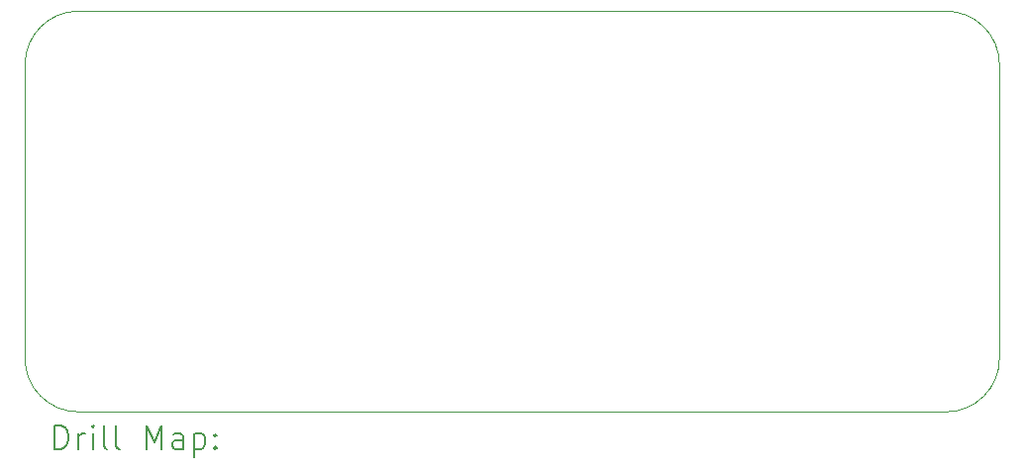
<source format=gbr>
%TF.GenerationSoftware,KiCad,Pcbnew,7.0.5-0*%
%TF.CreationDate,2023-06-22T10:16:07+02:00*%
%TF.ProjectId,ps2_interface,7073325f-696e-4746-9572-666163652e6b,1.2*%
%TF.SameCoordinates,Original*%
%TF.FileFunction,Drillmap*%
%TF.FilePolarity,Positive*%
%FSLAX45Y45*%
G04 Gerber Fmt 4.5, Leading zero omitted, Abs format (unit mm)*
G04 Created by KiCad (PCBNEW 7.0.5-0) date 2023-06-22 10:16:07*
%MOMM*%
%LPD*%
G01*
G04 APERTURE LIST*
%ADD10C,0.100000*%
%ADD11C,0.200000*%
G04 APERTURE END LIST*
D10*
X8026400Y-5994400D02*
X15443200Y-5994400D01*
X7569200Y-8966200D02*
X7569200Y-6451600D01*
X15900400Y-6451600D02*
G75*
G03*
X15443200Y-5994400I-457200J0D01*
G01*
X15443200Y-9423400D02*
X8026400Y-9423400D01*
X8026400Y-5994400D02*
G75*
G03*
X7569200Y-6451600I0J-457200D01*
G01*
X7569200Y-8966200D02*
G75*
G03*
X8026400Y-9423400I457200J0D01*
G01*
X15900400Y-6451600D02*
X15900400Y-8966200D01*
X15443200Y-9423400D02*
G75*
G03*
X15900400Y-8966200I0J457200D01*
G01*
D11*
X7824977Y-9739884D02*
X7824977Y-9539884D01*
X7824977Y-9539884D02*
X7872596Y-9539884D01*
X7872596Y-9539884D02*
X7901167Y-9549408D01*
X7901167Y-9549408D02*
X7920215Y-9568455D01*
X7920215Y-9568455D02*
X7929739Y-9587503D01*
X7929739Y-9587503D02*
X7939262Y-9625598D01*
X7939262Y-9625598D02*
X7939262Y-9654170D01*
X7939262Y-9654170D02*
X7929739Y-9692265D01*
X7929739Y-9692265D02*
X7920215Y-9711312D01*
X7920215Y-9711312D02*
X7901167Y-9730360D01*
X7901167Y-9730360D02*
X7872596Y-9739884D01*
X7872596Y-9739884D02*
X7824977Y-9739884D01*
X8024977Y-9739884D02*
X8024977Y-9606550D01*
X8024977Y-9644646D02*
X8034501Y-9625598D01*
X8034501Y-9625598D02*
X8044024Y-9616074D01*
X8044024Y-9616074D02*
X8063072Y-9606550D01*
X8063072Y-9606550D02*
X8082120Y-9606550D01*
X8148786Y-9739884D02*
X8148786Y-9606550D01*
X8148786Y-9539884D02*
X8139262Y-9549408D01*
X8139262Y-9549408D02*
X8148786Y-9558931D01*
X8148786Y-9558931D02*
X8158310Y-9549408D01*
X8158310Y-9549408D02*
X8148786Y-9539884D01*
X8148786Y-9539884D02*
X8148786Y-9558931D01*
X8272596Y-9739884D02*
X8253548Y-9730360D01*
X8253548Y-9730360D02*
X8244024Y-9711312D01*
X8244024Y-9711312D02*
X8244024Y-9539884D01*
X8377358Y-9739884D02*
X8358310Y-9730360D01*
X8358310Y-9730360D02*
X8348786Y-9711312D01*
X8348786Y-9711312D02*
X8348786Y-9539884D01*
X8605929Y-9739884D02*
X8605929Y-9539884D01*
X8605929Y-9539884D02*
X8672596Y-9682741D01*
X8672596Y-9682741D02*
X8739263Y-9539884D01*
X8739263Y-9539884D02*
X8739263Y-9739884D01*
X8920215Y-9739884D02*
X8920215Y-9635122D01*
X8920215Y-9635122D02*
X8910691Y-9616074D01*
X8910691Y-9616074D02*
X8891644Y-9606550D01*
X8891644Y-9606550D02*
X8853548Y-9606550D01*
X8853548Y-9606550D02*
X8834501Y-9616074D01*
X8920215Y-9730360D02*
X8901167Y-9739884D01*
X8901167Y-9739884D02*
X8853548Y-9739884D01*
X8853548Y-9739884D02*
X8834501Y-9730360D01*
X8834501Y-9730360D02*
X8824977Y-9711312D01*
X8824977Y-9711312D02*
X8824977Y-9692265D01*
X8824977Y-9692265D02*
X8834501Y-9673217D01*
X8834501Y-9673217D02*
X8853548Y-9663693D01*
X8853548Y-9663693D02*
X8901167Y-9663693D01*
X8901167Y-9663693D02*
X8920215Y-9654170D01*
X9015453Y-9606550D02*
X9015453Y-9806550D01*
X9015453Y-9616074D02*
X9034501Y-9606550D01*
X9034501Y-9606550D02*
X9072596Y-9606550D01*
X9072596Y-9606550D02*
X9091644Y-9616074D01*
X9091644Y-9616074D02*
X9101167Y-9625598D01*
X9101167Y-9625598D02*
X9110691Y-9644646D01*
X9110691Y-9644646D02*
X9110691Y-9701789D01*
X9110691Y-9701789D02*
X9101167Y-9720836D01*
X9101167Y-9720836D02*
X9091644Y-9730360D01*
X9091644Y-9730360D02*
X9072596Y-9739884D01*
X9072596Y-9739884D02*
X9034501Y-9739884D01*
X9034501Y-9739884D02*
X9015453Y-9730360D01*
X9196405Y-9720836D02*
X9205929Y-9730360D01*
X9205929Y-9730360D02*
X9196405Y-9739884D01*
X9196405Y-9739884D02*
X9186882Y-9730360D01*
X9186882Y-9730360D02*
X9196405Y-9720836D01*
X9196405Y-9720836D02*
X9196405Y-9739884D01*
X9196405Y-9616074D02*
X9205929Y-9625598D01*
X9205929Y-9625598D02*
X9196405Y-9635122D01*
X9196405Y-9635122D02*
X9186882Y-9625598D01*
X9186882Y-9625598D02*
X9196405Y-9616074D01*
X9196405Y-9616074D02*
X9196405Y-9635122D01*
M02*

</source>
